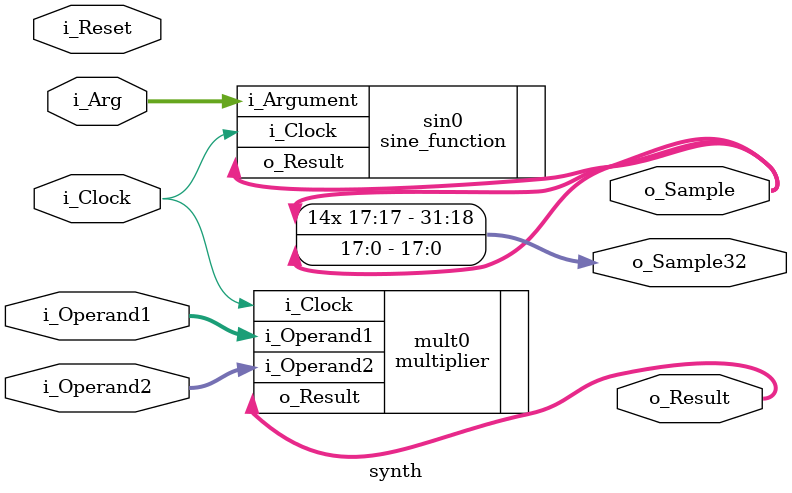
<source format=sv>

module synth (
    input i_Clock,
    input i_Reset,

    input logic signed [17:0] i_Operand1,
    input logic signed [17:0] i_Operand2,
    output logic signed [17:0] o_Result,


    input logic [12:0] i_Arg,


    // TODO: Use PWM instead of outputting the full sample
    output [17:0] o_Sample,


    // Sign extend in Verilog because it's easier than C++ :)
    output [31:0] o_Sample32
);



multiplier mult0 (
    .i_Clock   (i_Clock),
    .i_Operand1(i_Operand1),
    .i_Operand2(i_Operand2),
    .o_Result  (o_Result)
);




logic [12:0] r_TimeReg;




sine_function sin0 (
    .i_Clock    (i_Clock),
    // .i_Reset    (i_Reset),
    // .i_Argument (r_TimeReg),
    .i_Argument (i_Arg),
    .o_Result   (o_Sample)
);

assign o_Sample32 = {{14{o_Sample[17]}}, o_Sample};



always_ff @ (posedge i_Clock) begin
    if (i_Reset) begin
        r_TimeReg <= 0;
    end
    else begin

        // TODO: Divide the clock? This should be done at audio frequency.
        r_TimeReg <= r_TimeReg + 1;
    end

end


endmodule

</source>
